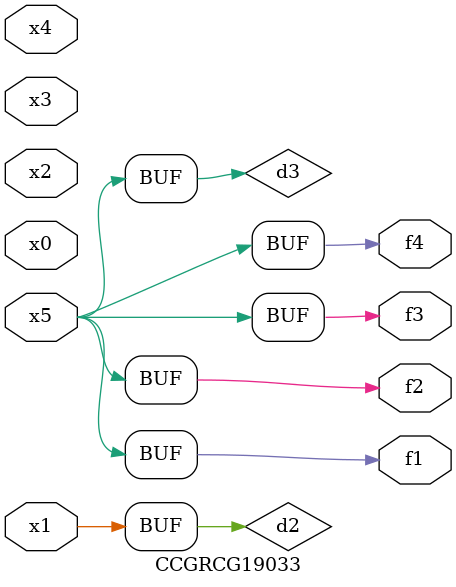
<source format=v>
module CCGRCG19033(
	input x0, x1, x2, x3, x4, x5,
	output f1, f2, f3, f4
);

	wire d1, d2, d3;

	not (d1, x5);
	or (d2, x1);
	xnor (d3, d1);
	assign f1 = d3;
	assign f2 = d3;
	assign f3 = d3;
	assign f4 = d3;
endmodule

</source>
